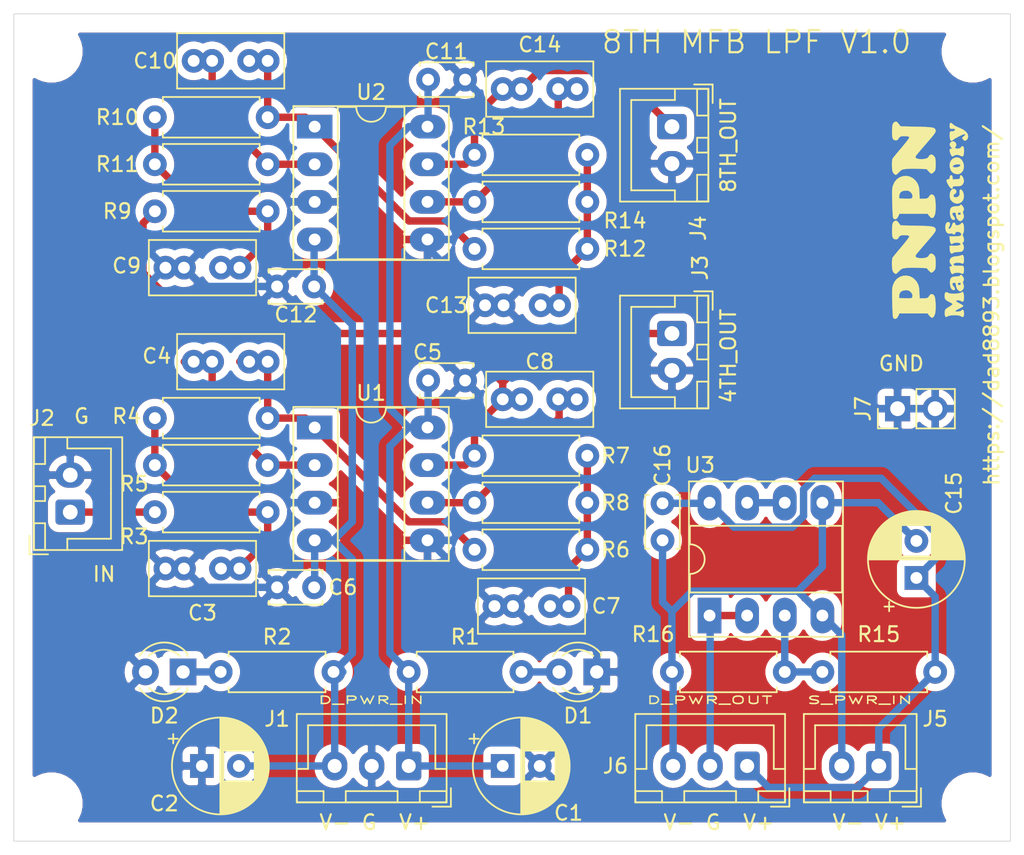
<source format=kicad_pcb>
(kicad_pcb (version 20171130) (host pcbnew "(5.1.6)-1")
  (title_block (title General_8th_MFB_LPF) (date 2020-09-01) (rev "Ver. 1.0") (company "PNPN Manufactory"))
  (layers (0 F.Cu signal) (31 B.Cu signal) (34 B.Paste user) (35 F.Paste user) (36 B.SilkS user) (37 F.SilkS user) (38 B.Mask user) (39 F.Mask user) (44 Edge.Cuts user))
  (net 0 "")
  (net 1 GND)
  (net 2 VCC)
  (net 3 VEE)
  (net 4 "Net-(C7-Pad1)")
  (net 5 "Net-(C8-Pad2)")
  (net 6 "Net-(C8-Pad1)")
  (net 7 "Net-(C9-Pad1)")
  (net 8 "Net-(C10-Pad2)")
  (net 9 "Net-(C10-Pad1)")
  (net 10 "Net-(C13-Pad1)")
  (net 11 "Net-(C14-Pad2)")
  (net 12 "Net-(C14-Pad1)")
  (net 13 "Net-(D1-Pad2)")
  (net 14 "Net-(C3-Pad1)")
  (net 15 "Net-(C4-Pad2)")
  (net 16 "Net-(C4-Pad1)")
  (net 17 "Net-(J2-Pad1)")
  (net 18 "Net-(D2-Pad1)")
  (net 19 "Net-(C15-Pad2)")
  (net 20 "Net-(C15-Pad1)")
  (net 21 "Net-(J6-Pad2)")
  (net 22 "Net-(R15-Pad2)")
  (net 23 "Net-(U3-Pad6)")
  (module myfootprint:Silk_PNPN_Manufactory_600dpi (layer F.Cu) (at 178.435 78.74 90)
    (fp_text reference G*** hide)
    (fp_text value LOGO hide)
  )
  (module Connector_PinHeader_2.54mm:PinHeader_1x02_P2.54mm_Vertical (layer F.Cu) (at 176.53 91.44 90)
    (fp_text reference J7 (at 0 -2.33 90) (layer F.SilkS))
    (fp_text value TP_GND)
    (pad 2 thru_hole oval (at 0 2.54 90) (size 1.7 1.7) (drill 1) (layers *.Cu *.Mask) (net 1 GND))
    (pad 1 thru_hole rect (at 0 0 90) (size 1.7 1.7) (drill 1) (layers *.Cu *.Mask) (net 1 GND))
  )
  (module MountingHole:MountingHole_3.2mm_M3 (layer F.Cu) (at 181.61 118.11)
    (fp_text reference H4)
    (fp_text value MountingHole)
    (pad 1 np_thru_hole circle (at 0 0) (size 3.2 3.2) (drill 3.2) (layers *.Cu *.Mask))
  )
  (module MountingHole:MountingHole_3.2mm_M3 (layer F.Cu) (at 181.61 67.31)
    (fp_text reference H3)
    (fp_text value MountingHole)
    (pad 1 np_thru_hole circle (at 0 0) (size 3.2 3.2) (drill 3.2) (layers *.Cu *.Mask))
  )
  (module MountingHole:MountingHole_3.2mm_M3 (layer F.Cu) (at 119.38 118.11)
    (fp_text reference H2)
    (fp_text value MountingHole)
    (pad 1 np_thru_hole circle (at 0 0) (size 3.2 3.2) (drill 3.2) (layers *.Cu *.Mask))
  )
  (module MountingHole:MountingHole_3.2mm_M3 (layer F.Cu) (at 119.38 67.31)
    (fp_text reference H1)
    (fp_text value MountingHole)
    (pad 1 np_thru_hole circle (at 0 0) (size 3.2 3.2) (drill 3.2) (layers *.Cu *.Mask))
  )
  (module Package_DIP:DIP-8_W7.62mm_Socket_LongPads (layer F.Cu) (at 163.83 105.41 90)
    (fp_text reference U3 (at 10.16 -0.635 180) (layer F.SilkS))
    (fp_text value NJM4580)
    (pad 8 thru_hole oval (at 7.62 0 90) (size 2.4 1.6) (drill 0.8) (layers *.Cu *.Mask) (net 20 "Net-(C15-Pad1)"))
    (pad 4 thru_hole oval (at 0 7.62 90) (size 2.4 1.6) (drill 0.8) (layers *.Cu *.Mask) (net 19 "Net-(C15-Pad2)"))
    (pad 7 thru_hole oval (at 7.62 2.54 90) (size 2.4 1.6) (drill 0.8) (layers *.Cu *.Mask) (net 23 "Net-(U3-Pad6)"))
    (pad 3 thru_hole oval (at 0 5.08 90) (size 2.4 1.6) (drill 0.8) (layers *.Cu *.Mask) (net 22 "Net-(R15-Pad2)"))
    (pad 6 thru_hole oval (at 7.62 5.08 90) (size 2.4 1.6) (drill 0.8) (layers *.Cu *.Mask) (net 23 "Net-(U3-Pad6)"))
    (pad 2 thru_hole oval (at 0 2.54 90) (size 2.4 1.6) (drill 0.8) (layers *.Cu *.Mask) (net 21 "Net-(J6-Pad2)"))
    (pad 5 thru_hole oval (at 7.62 7.62 90) (size 2.4 1.6) (drill 0.8) (layers *.Cu *.Mask) (net 19 "Net-(C15-Pad2)"))
    (pad 1 thru_hole rect (at 0 0 90) (size 2.4 1.6) (drill 0.8) (layers *.Cu *.Mask) (net 21 "Net-(J6-Pad2)"))
  )
  (module Capacitor_THT:C_Disc_D3.4mm_W2.1mm_P2.50mm (layer F.Cu) (at 160.655 100.33 90)
    (fp_text reference C16 (at 5.08 0 90) (layer F.SilkS))
    (fp_text value 0.1u)
    (pad 2 thru_hole circle (at 2.5 0 90) (size 1.6 1.6) (drill 0.8) (layers *.Cu *.Mask) (net 20 "Net-(C15-Pad1)"))
    (pad 1 thru_hole circle (at 0 0 90) (size 1.6 1.6) (drill 0.8) (layers *.Cu *.Mask) (net 19 "Net-(C15-Pad2)"))
  )
  (module Resistor_THT:R_Axial_DIN0207_L6.3mm_D2.5mm_P7.62mm_Horizontal (layer F.Cu) (at 168.91 109.22 180)
    (fp_text reference R16 (at 8.89 2.54) (layer F.SilkS))
    (fp_text value 100k)
    (pad 2 thru_hole oval (at 7.62 0 180) (size 1.6 1.6) (drill 0.8) (layers *.Cu *.Mask) (net 19 "Net-(C15-Pad2)"))
    (pad 1 thru_hole circle (at 0 0 180) (size 1.6 1.6) (drill 0.8) (layers *.Cu *.Mask) (net 22 "Net-(R15-Pad2)"))
  )
  (module Resistor_THT:R_Axial_DIN0207_L6.3mm_D2.5mm_P7.62mm_Horizontal (layer F.Cu) (at 179.07 109.22 180)
    (fp_text reference R15 (at 3.81 2.54) (layer F.SilkS))
    (fp_text value 100k)
    (pad 2 thru_hole oval (at 7.62 0 180) (size 1.6 1.6) (drill 0.8) (layers *.Cu *.Mask) (net 22 "Net-(R15-Pad2)"))
    (pad 1 thru_hole circle (at 0 0 180) (size 1.6 1.6) (drill 0.8) (layers *.Cu *.Mask) (net 20 "Net-(C15-Pad1)"))
  )
  (module Connector_JST:JST_XH_B3B-XH-A_1x03_P2.50mm_Vertical (layer F.Cu) (at 166.37 115.57 180)
    (fp_text reference J6 (at 8.89 0) (layer F.SilkS))
    (fp_text value Dual_PWR_OUT)
    (pad 3 thru_hole oval (at 5 0 180) (size 1.7 1.95) (drill 0.95) (layers *.Cu *.Mask) (net 19 "Net-(C15-Pad2)"))
    (pad 2 thru_hole oval (at 2.5 0 180) (size 1.7 1.95) (drill 0.95) (layers *.Cu *.Mask) (net 21 "Net-(J6-Pad2)"))
    (pad 1 thru_hole roundrect (at 0 0 180) (size 1.7 1.95) (drill 0.95) (layers *.Cu *.Mask) (roundrect_rratio 0.147059) (net 20 "Net-(C15-Pad1)"))
  )
  (module Connector_JST:JST_XH_B2B-XH-A_1x02_P2.50mm_Vertical (layer F.Cu) (at 175.26 115.57 180)
    (fp_text reference J5 (at -3.81 3.175) (layer F.SilkS))
    (fp_text value SGL_PWR_IN)
    (pad 2 thru_hole oval (at 2.5 0 180) (size 1.7 2) (drill 1) (layers *.Cu *.Mask) (net 19 "Net-(C15-Pad2)"))
    (pad 1 thru_hole roundrect (at 0 0 180) (size 1.7 2) (drill 1) (layers *.Cu *.Mask) (roundrect_rratio 0.147059) (net 20 "Net-(C15-Pad1)"))
  )
  (module Capacitor_THT:CP_Radial_D6.3mm_P2.50mm (layer F.Cu) (at 177.8 102.87 90)
    (fp_text reference C15 (at 5.715 2.54 90) (layer F.SilkS))
    (fp_text value 100u)
    (pad 2 thru_hole circle (at 2.5 0 90) (size 1.6 1.6) (drill 0.8) (layers *.Cu *.Mask) (net 19 "Net-(C15-Pad2)"))
    (pad 1 thru_hole rect (at 0 0 90) (size 1.6 1.6) (drill 0.8) (layers *.Cu *.Mask) (net 20 "Net-(C15-Pad1)"))
  )
  (module Connector_JST:JST_XH_B2B-XH-A_1x02_P2.50mm_Vertical (layer F.Cu) (at 161.29 86.36 270)
    (fp_text reference J3 (at -4.445 -1.905 90) (layer F.SilkS))
    (fp_text value 4TH_OUT)
    (pad 2 thru_hole oval (at 2.5 0 270) (size 1.7 2) (drill 1) (layers *.Cu *.Mask) (net 1 GND))
    (pad 1 thru_hole roundrect (at 0 0 270) (size 1.7 2) (drill 1) (layers *.Cu *.Mask) (roundrect_rratio 0.147059) (net 6 "Net-(C8-Pad1)"))
  )
  (module Package_DIP:DIP-8_W7.62mm_Socket_LongPads (layer F.Cu) (at 137.16 72.39)
    (fp_text reference U2 (at 3.81 -2.33) (layer F.SilkS))
    (fp_text value NJM4580)
    (pad 8 thru_hole oval (at 7.62 0) (size 2.4 1.6) (drill 0.8) (layers *.Cu *.Mask) (net 2 VCC))
    (pad 4 thru_hole oval (at 0 7.62) (size 2.4 1.6) (drill 0.8) (layers *.Cu *.Mask) (net 3 VEE))
    (pad 7 thru_hole oval (at 7.62 2.54) (size 2.4 1.6) (drill 0.8) (layers *.Cu *.Mask) (net 12 "Net-(C14-Pad1)"))
    (pad 3 thru_hole oval (at 0 5.08) (size 2.4 1.6) (drill 0.8) (layers *.Cu *.Mask) (net 1 GND))
    (pad 6 thru_hole oval (at 7.62 5.08) (size 2.4 1.6) (drill 0.8) (layers *.Cu *.Mask) (net 11 "Net-(C14-Pad2)"))
    (pad 2 thru_hole oval (at 0 2.54) (size 2.4 1.6) (drill 0.8) (layers *.Cu *.Mask) (net 8 "Net-(C10-Pad2)"))
    (pad 5 thru_hole oval (at 7.62 7.62) (size 2.4 1.6) (drill 0.8) (layers *.Cu *.Mask) (net 1 GND))
    (pad 1 thru_hole rect (at 0 0) (size 2.4 1.6) (drill 0.8) (layers *.Cu *.Mask) (net 9 "Net-(C10-Pad1)"))
  )
  (module Package_DIP:DIP-8_W7.62mm_Socket_LongPads (layer F.Cu) (at 137.16 92.71)
    (fp_text reference U1 (at 3.81 -2.33) (layer F.SilkS))
    (fp_text value NJM4580)
    (pad 8 thru_hole oval (at 7.62 0) (size 2.4 1.6) (drill 0.8) (layers *.Cu *.Mask) (net 2 VCC))
    (pad 4 thru_hole oval (at 0 7.62) (size 2.4 1.6) (drill 0.8) (layers *.Cu *.Mask) (net 3 VEE))
    (pad 7 thru_hole oval (at 7.62 2.54) (size 2.4 1.6) (drill 0.8) (layers *.Cu *.Mask) (net 6 "Net-(C8-Pad1)"))
    (pad 3 thru_hole oval (at 0 5.08) (size 2.4 1.6) (drill 0.8) (layers *.Cu *.Mask) (net 1 GND))
    (pad 6 thru_hole oval (at 7.62 5.08) (size 2.4 1.6) (drill 0.8) (layers *.Cu *.Mask) (net 5 "Net-(C8-Pad2)"))
    (pad 2 thru_hole oval (at 0 2.54) (size 2.4 1.6) (drill 0.8) (layers *.Cu *.Mask) (net 15 "Net-(C4-Pad2)"))
    (pad 5 thru_hole oval (at 7.62 7.62) (size 2.4 1.6) (drill 0.8) (layers *.Cu *.Mask) (net 1 GND))
    (pad 1 thru_hole rect (at 0 0) (size 2.4 1.6) (drill 0.8) (layers *.Cu *.Mask) (net 16 "Net-(C4-Pad1)"))
  )
  (module Resistor_THT:R_Axial_DIN0207_L6.3mm_D2.5mm_P7.62mm_Horizontal (layer F.Cu) (at 147.955 77.47)
    (fp_text reference R14 (at 10.16 1.27) (layer F.SilkS))
    (fp_text value R)
    (pad 2 thru_hole oval (at 7.62 0) (size 1.6 1.6) (drill 0.8) (layers *.Cu *.Mask) (net 10 "Net-(C13-Pad1)"))
    (pad 1 thru_hole circle (at 0 0) (size 1.6 1.6) (drill 0.8) (layers *.Cu *.Mask) (net 11 "Net-(C14-Pad2)"))
  )
  (module Resistor_THT:R_Axial_DIN0207_L6.3mm_D2.5mm_P7.62mm_Horizontal (layer F.Cu) (at 147.955 74.295)
    (fp_text reference R13 (at 0.635 -1.905) (layer F.SilkS))
    (fp_text value R)
    (pad 2 thru_hole oval (at 7.62 0) (size 1.6 1.6) (drill 0.8) (layers *.Cu *.Mask) (net 10 "Net-(C13-Pad1)"))
    (pad 1 thru_hole circle (at 0 0) (size 1.6 1.6) (drill 0.8) (layers *.Cu *.Mask) (net 12 "Net-(C14-Pad1)"))
  )
  (module Resistor_THT:R_Axial_DIN0207_L6.3mm_D2.5mm_P7.62mm_Horizontal (layer F.Cu) (at 155.575 80.645 180)
    (fp_text reference R12 (at -2.54 0) (layer F.SilkS))
    (fp_text value R)
    (pad 2 thru_hole oval (at 7.62 0 180) (size 1.6 1.6) (drill 0.8) (layers *.Cu *.Mask) (net 9 "Net-(C10-Pad1)"))
    (pad 1 thru_hole circle (at 0 0 180) (size 1.6 1.6) (drill 0.8) (layers *.Cu *.Mask) (net 10 "Net-(C13-Pad1)"))
  )
  (module Resistor_THT:R_Axial_DIN0207_L6.3mm_D2.5mm_P7.62mm_Horizontal (layer F.Cu) (at 133.985 74.93 180)
    (fp_text reference R11 (at 10.16 0) (layer F.SilkS))
    (fp_text value R)
    (pad 2 thru_hole oval (at 7.62 0 180) (size 1.6 1.6) (drill 0.8) (layers *.Cu *.Mask) (net 7 "Net-(C9-Pad1)"))
    (pad 1 thru_hole circle (at 0 0 180) (size 1.6 1.6) (drill 0.8) (layers *.Cu *.Mask) (net 8 "Net-(C10-Pad2)"))
  )
  (module Resistor_THT:R_Axial_DIN0207_L6.3mm_D2.5mm_P7.62mm_Horizontal (layer F.Cu) (at 133.985 71.755 180)
    (fp_text reference R10 (at 10.16 0) (layer F.SilkS))
    (fp_text value R)
    (pad 2 thru_hole oval (at 7.62 0 180) (size 1.6 1.6) (drill 0.8) (layers *.Cu *.Mask) (net 7 "Net-(C9-Pad1)"))
    (pad 1 thru_hole circle (at 0 0 180) (size 1.6 1.6) (drill 0.8) (layers *.Cu *.Mask) (net 9 "Net-(C10-Pad1)"))
  )
  (module Resistor_THT:R_Axial_DIN0207_L6.3mm_D2.5mm_P7.62mm_Horizontal (layer F.Cu) (at 133.985 78.105 180)
    (fp_text reference R9 (at 10.16 0) (layer F.SilkS))
    (fp_text value R)
    (pad 2 thru_hole oval (at 7.62 0 180) (size 1.6 1.6) (drill 0.8) (layers *.Cu *.Mask) (net 6 "Net-(C8-Pad1)"))
    (pad 1 thru_hole circle (at 0 0 180) (size 1.6 1.6) (drill 0.8) (layers *.Cu *.Mask) (net 7 "Net-(C9-Pad1)"))
  )
  (module Resistor_THT:R_Axial_DIN0207_L6.3mm_D2.5mm_P7.62mm_Horizontal (layer F.Cu) (at 147.955 97.79)
    (fp_text reference R8 (at 9.525 0) (layer F.SilkS))
    (fp_text value R)
    (pad 2 thru_hole oval (at 7.62 0) (size 1.6 1.6) (drill 0.8) (layers *.Cu *.Mask) (net 4 "Net-(C7-Pad1)"))
    (pad 1 thru_hole circle (at 0 0) (size 1.6 1.6) (drill 0.8) (layers *.Cu *.Mask) (net 5 "Net-(C8-Pad2)"))
  )
  (module Resistor_THT:R_Axial_DIN0207_L6.3mm_D2.5mm_P7.62mm_Horizontal (layer F.Cu) (at 147.955 94.615)
    (fp_text reference R7 (at 9.525 0) (layer F.SilkS))
    (fp_text value R)
    (pad 2 thru_hole oval (at 7.62 0) (size 1.6 1.6) (drill 0.8) (layers *.Cu *.Mask) (net 4 "Net-(C7-Pad1)"))
    (pad 1 thru_hole circle (at 0 0) (size 1.6 1.6) (drill 0.8) (layers *.Cu *.Mask) (net 6 "Net-(C8-Pad1)"))
  )
  (module Resistor_THT:R_Axial_DIN0207_L6.3mm_D2.5mm_P7.62mm_Horizontal (layer F.Cu) (at 155.575 100.965 180)
    (fp_text reference R6 (at -1.905 0) (layer F.SilkS))
    (fp_text value R)
    (pad 2 thru_hole oval (at 7.62 0 180) (size 1.6 1.6) (drill 0.8) (layers *.Cu *.Mask) (net 16 "Net-(C4-Pad1)"))
    (pad 1 thru_hole circle (at 0 0 180) (size 1.6 1.6) (drill 0.8) (layers *.Cu *.Mask) (net 4 "Net-(C7-Pad1)"))
  )
  (module Resistor_THT:R_Axial_DIN0207_L6.3mm_D2.5mm_P7.62mm_Horizontal (layer F.Cu) (at 130.81 109.22)
    (fp_text reference R2 (at 3.81 -2.37) (layer F.SilkS))
    (fp_text value 1k)
    (pad 2 thru_hole oval (at 7.62 0) (size 1.6 1.6) (drill 0.8) (layers *.Cu *.Mask) (net 3 VEE))
    (pad 1 thru_hole circle (at 0 0) (size 1.6 1.6) (drill 0.8) (layers *.Cu *.Mask) (net 18 "Net-(D2-Pad1)"))
  )
  (module Resistor_THT:R_Axial_DIN0207_L6.3mm_D2.5mm_P7.62mm_Horizontal (layer F.Cu) (at 143.51 109.22)
    (fp_text reference R1 (at 3.81 -2.37) (layer F.SilkS))
    (fp_text value 1k)
    (pad 2 thru_hole oval (at 7.62 0) (size 1.6 1.6) (drill 0.8) (layers *.Cu *.Mask) (net 13 "Net-(D1-Pad2)"))
    (pad 1 thru_hole circle (at 0 0) (size 1.6 1.6) (drill 0.8) (layers *.Cu *.Mask) (net 2 VCC))
  )
  (module Resistor_THT:R_Axial_DIN0207_L6.3mm_D2.5mm_P7.62mm_Horizontal (layer F.Cu) (at 133.985 95.25 180)
    (fp_text reference R5 (at 9.017 -1.27) (layer F.SilkS))
    (fp_text value R)
    (pad 2 thru_hole oval (at 7.62 0 180) (size 1.6 1.6) (drill 0.8) (layers *.Cu *.Mask) (net 14 "Net-(C3-Pad1)"))
    (pad 1 thru_hole circle (at 0 0 180) (size 1.6 1.6) (drill 0.8) (layers *.Cu *.Mask) (net 15 "Net-(C4-Pad2)"))
  )
  (module Resistor_THT:R_Axial_DIN0207_L6.3mm_D2.5mm_P7.62mm_Horizontal (layer F.Cu) (at 133.985 92.075 180)
    (fp_text reference R4 (at 9.525 0.127) (layer F.SilkS))
    (fp_text value R)
    (pad 2 thru_hole oval (at 7.62 0 180) (size 1.6 1.6) (drill 0.8) (layers *.Cu *.Mask) (net 14 "Net-(C3-Pad1)"))
    (pad 1 thru_hole circle (at 0 0 180) (size 1.6 1.6) (drill 0.8) (layers *.Cu *.Mask) (net 16 "Net-(C4-Pad1)"))
  )
  (module Resistor_THT:R_Axial_DIN0207_L6.3mm_D2.5mm_P7.62mm_Horizontal (layer F.Cu) (at 133.985 98.425 180)
    (fp_text reference R3 (at 9.017 -1.651) (layer F.SilkS))
    (fp_text value R)
    (pad 2 thru_hole oval (at 7.62 0 180) (size 1.6 1.6) (drill 0.8) (layers *.Cu *.Mask) (net 17 "Net-(J2-Pad1)"))
    (pad 1 thru_hole circle (at 0 0 180) (size 1.6 1.6) (drill 0.8) (layers *.Cu *.Mask) (net 14 "Net-(C3-Pad1)"))
  )
  (module Connector_JST:JST_XH_B2B-XH-A_1x02_P2.50mm_Vertical (layer F.Cu) (at 161.29 72.39 270)
    (fp_text reference J4 (at 6.858 -1.778 90) (layer F.SilkS))
    (fp_text value 8TH_OUT)
    (pad 2 thru_hole oval (at 2.5 0 270) (size 1.7 2) (drill 1) (layers *.Cu *.Mask) (net 1 GND))
    (pad 1 thru_hole roundrect (at 0 0 270) (size 1.7 2) (drill 1) (layers *.Cu *.Mask) (roundrect_rratio 0.147059) (net 12 "Net-(C14-Pad1)"))
  )
  (module Connector_JST:JST_XH_B3B-XH-A_1x03_P2.50mm_Vertical (layer F.Cu) (at 143.51 115.57 180)
    (fp_text reference J1 (at 8.89 3.175) (layer F.SilkS))
    (fp_text value Dual_PWR_IN)
    (pad 3 thru_hole oval (at 5 0 180) (size 1.7 1.95) (drill 0.95) (layers *.Cu *.Mask) (net 3 VEE))
    (pad 2 thru_hole oval (at 2.5 0 180) (size 1.7 1.95) (drill 0.95) (layers *.Cu *.Mask) (net 1 GND))
    (pad 1 thru_hole roundrect (at 0 0 180) (size 1.7 1.95) (drill 0.95) (layers *.Cu *.Mask) (roundrect_rratio 0.147059) (net 2 VCC))
  )
  (module Connector_JST:JST_XH_B2B-XH-A_1x02_P2.50mm_Vertical (layer F.Cu) (at 120.65 98.425 90)
    (fp_text reference J2 (at 6.35 -1.905 180) (layer F.SilkS))
    (fp_text value IN)
    (pad 2 thru_hole oval (at 2.5 0 90) (size 1.7 2) (drill 1) (layers *.Cu *.Mask) (net 1 GND))
    (pad 1 thru_hole roundrect (at 0 0 90) (size 1.7 2) (drill 1) (layers *.Cu *.Mask) (roundrect_rratio 0.147059) (net 17 "Net-(J2-Pad1)"))
  )
  (module LED_THT:LED_D3.0mm (layer F.Cu) (at 128.27 109.22 180)
    (fp_text reference D2 (at 1.27 -2.96) (layer F.SilkS))
    (fp_text value LED)
    (pad 2 thru_hole circle (at 2.54 0 180) (size 1.8 1.8) (drill 0.9) (layers *.Cu *.Mask) (net 1 GND))
    (pad 1 thru_hole rect (at 0 0 180) (size 1.8 1.8) (drill 0.9) (layers *.Cu *.Mask) (net 18 "Net-(D2-Pad1)"))
  )
  (module LED_THT:LED_D3.0mm (layer F.Cu) (at 156.21 109.22 180)
    (fp_text reference D1 (at 1.27 -2.96) (layer F.SilkS))
    (fp_text value LED)
    (pad 2 thru_hole circle (at 2.54 0 180) (size 1.8 1.8) (drill 0.9) (layers *.Cu *.Mask) (net 13 "Net-(D1-Pad2)"))
    (pad 1 thru_hole rect (at 0 0 180) (size 1.8 1.8) (drill 0.9) (layers *.Cu *.Mask) (net 1 GND))
  )
  (module Capacitor_THT:C_Rect_L7.0mm_W3.5mm_P2.50mm_P5.00mm (layer F.Cu) (at 149.86 69.85)
    (fp_text reference C14 (at 2.5 -3) (layer F.SilkS))
    (fp_text value C)
    (pad 2 thru_hole circle (at 5 0) (size 1.6 1.6) (drill 0.8) (layers *.Cu *.Mask) (net 11 "Net-(C14-Pad2)"))
    (pad 1 thru_hole circle (at 0 0) (size 1.6 1.6) (drill 0.8) (layers *.Cu *.Mask) (net 12 "Net-(C14-Pad1)"))
    (pad 2 thru_hole circle (at 3.75 0) (size 1.6 1.6) (drill 0.8) (layers *.Cu *.Mask) (net 11 "Net-(C14-Pad2)"))
    (pad 1 thru_hole circle (at 1.25 0) (size 1.6 1.6) (drill 0.8) (layers *.Cu *.Mask) (net 12 "Net-(C14-Pad1)"))
  )
  (module Capacitor_THT:C_Rect_L7.0mm_W3.5mm_P2.50mm_P5.00mm (layer F.Cu) (at 153.67 84.455 180)
    (fp_text reference C13 (at 7.62 0) (layer F.SilkS))
    (fp_text value C)
    (pad 2 thru_hole circle (at 5 0 180) (size 1.6 1.6) (drill 0.8) (layers *.Cu *.Mask) (net 1 GND))
    (pad 1 thru_hole circle (at 0 0 180) (size 1.6 1.6) (drill 0.8) (layers *.Cu *.Mask) (net 10 "Net-(C13-Pad1)"))
    (pad 2 thru_hole circle (at 3.75 0 180) (size 1.6 1.6) (drill 0.8) (layers *.Cu *.Mask) (net 1 GND))
    (pad 1 thru_hole circle (at 1.25 0 180) (size 1.6 1.6) (drill 0.8) (layers *.Cu *.Mask) (net 10 "Net-(C13-Pad1)"))
  )
  (module Capacitor_THT:C_Disc_D3.4mm_W2.1mm_P2.50mm (layer F.Cu) (at 134.62 83.185)
    (fp_text reference C12 (at 1.27 1.905) (layer F.SilkS))
    (fp_text value 0.1u)
    (pad 2 thru_hole circle (at 2.5 0) (size 1.6 1.6) (drill 0.8) (layers *.Cu *.Mask) (net 3 VEE))
    (pad 1 thru_hole circle (at 0 0) (size 1.6 1.6) (drill 0.8) (layers *.Cu *.Mask) (net 1 GND))
  )
  (module Capacitor_THT:C_Disc_D3.4mm_W2.1mm_P2.50mm (layer F.Cu) (at 147.32 69.215 180)
    (fp_text reference C11 (at 1.27 1.905) (layer F.SilkS))
    (fp_text value 0.1u)
    (pad 2 thru_hole circle (at 2.5 0 180) (size 1.6 1.6) (drill 0.8) (layers *.Cu *.Mask) (net 2 VCC))
    (pad 1 thru_hole circle (at 0 0 180) (size 1.6 1.6) (drill 0.8) (layers *.Cu *.Mask) (net 1 GND))
  )
  (module Capacitor_THT:C_Rect_L7.0mm_W3.5mm_P2.50mm_P5.00mm (layer F.Cu) (at 133.985 67.945 180)
    (fp_text reference C10 (at 7.62 0) (layer F.SilkS))
    (fp_text value C)
    (pad 2 thru_hole circle (at 5 0 180) (size 1.6 1.6) (drill 0.8) (layers *.Cu *.Mask) (net 8 "Net-(C10-Pad2)"))
    (pad 1 thru_hole circle (at 0 0 180) (size 1.6 1.6) (drill 0.8) (layers *.Cu *.Mask) (net 9 "Net-(C10-Pad1)"))
    (pad 2 thru_hole circle (at 3.75 0 180) (size 1.6 1.6) (drill 0.8) (layers *.Cu *.Mask) (net 8 "Net-(C10-Pad2)"))
    (pad 1 thru_hole circle (at 1.25 0 180) (size 1.6 1.6) (drill 0.8) (layers *.Cu *.Mask) (net 9 "Net-(C10-Pad1)"))
  )
  (module Capacitor_THT:C_Rect_L7.0mm_W3.5mm_P2.50mm_P5.00mm (layer F.Cu) (at 132.08 81.915 180)
    (fp_text reference C9 (at 7.62 0.127) (layer F.SilkS))
    (fp_text value C)
    (pad 2 thru_hole circle (at 5 0 180) (size 1.6 1.6) (drill 0.8) (layers *.Cu *.Mask) (net 1 GND))
    (pad 1 thru_hole circle (at 0 0 180) (size 1.6 1.6) (drill 0.8) (layers *.Cu *.Mask) (net 7 "Net-(C9-Pad1)"))
    (pad 2 thru_hole circle (at 3.75 0 180) (size 1.6 1.6) (drill 0.8) (layers *.Cu *.Mask) (net 1 GND))
    (pad 1 thru_hole circle (at 1.25 0 180) (size 1.6 1.6) (drill 0.8) (layers *.Cu *.Mask) (net 7 "Net-(C9-Pad1)"))
  )
  (module Capacitor_THT:C_Rect_L7.0mm_W3.5mm_P2.50mm_P5.00mm (layer F.Cu) (at 149.86 90.805)
    (fp_text reference C8 (at 2.5 -2.54) (layer F.SilkS))
    (fp_text value C)
    (pad 2 thru_hole circle (at 5 0) (size 1.6 1.6) (drill 0.8) (layers *.Cu *.Mask) (net 5 "Net-(C8-Pad2)"))
    (pad 1 thru_hole circle (at 0 0) (size 1.6 1.6) (drill 0.8) (layers *.Cu *.Mask) (net 6 "Net-(C8-Pad1)"))
    (pad 2 thru_hole circle (at 3.75 0) (size 1.6 1.6) (drill 0.8) (layers *.Cu *.Mask) (net 5 "Net-(C8-Pad2)"))
    (pad 1 thru_hole circle (at 1.25 0) (size 1.6 1.6) (drill 0.8) (layers *.Cu *.Mask) (net 6 "Net-(C8-Pad1)"))
  )
  (module Capacitor_THT:C_Rect_L7.0mm_W3.5mm_P2.50mm_P5.00mm (layer F.Cu) (at 154.305 104.775 180)
    (fp_text reference C7 (at -2.54 0) (layer F.SilkS))
    (fp_text value C)
    (pad 2 thru_hole circle (at 5 0 180) (size 1.6 1.6) (drill 0.8) (layers *.Cu *.Mask) (net 1 GND))
    (pad 1 thru_hole circle (at 0 0 180) (size 1.6 1.6) (drill 0.8) (layers *.Cu *.Mask) (net 4 "Net-(C7-Pad1)"))
    (pad 2 thru_hole circle (at 3.75 0 180) (size 1.6 1.6) (drill 0.8) (layers *.Cu *.Mask) (net 1 GND))
    (pad 1 thru_hole circle (at 1.25 0 180) (size 1.6 1.6) (drill 0.8) (layers *.Cu *.Mask) (net 4 "Net-(C7-Pad1)"))
  )
  (module Capacitor_THT:C_Disc_D3.4mm_W2.1mm_P2.50mm (layer F.Cu) (at 134.62 103.505)
    (fp_text reference C6 (at 4.445 0) (layer F.SilkS))
    (fp_text value 0.1u)
    (pad 2 thru_hole circle (at 2.5 0) (size 1.6 1.6) (drill 0.8) (layers *.Cu *.Mask) (net 3 VEE))
    (pad 1 thru_hole circle (at 0 0) (size 1.6 1.6) (drill 0.8) (layers *.Cu *.Mask) (net 1 GND))
  )
  (module Capacitor_THT:C_Disc_D3.4mm_W2.1mm_P2.50mm (layer F.Cu) (at 147.32 89.535 180)
    (fp_text reference C5 (at 2.54 1.905) (layer F.SilkS))
    (fp_text value 0.1u)
    (pad 2 thru_hole circle (at 2.5 0 180) (size 1.6 1.6) (drill 0.8) (layers *.Cu *.Mask) (net 2 VCC))
    (pad 1 thru_hole circle (at 0 0 180) (size 1.6 1.6) (drill 0.8) (layers *.Cu *.Mask) (net 1 GND))
  )
  (module Capacitor_THT:CP_Radial_D6.3mm_P2.50mm (layer F.Cu) (at 129.54 115.57)
    (fp_text reference C2 (at -2.54 2.54) (layer F.SilkS))
    (fp_text value 100u)
    (pad 2 thru_hole circle (at 2.5 0) (size 1.6 1.6) (drill 0.8) (layers *.Cu *.Mask) (net 3 VEE))
    (pad 1 thru_hole rect (at 0 0) (size 1.6 1.6) (drill 0.8) (layers *.Cu *.Mask) (net 1 GND))
  )
  (module Capacitor_THT:CP_Radial_D6.3mm_P2.50mm (layer F.Cu) (at 149.86 115.57)
    (fp_text reference C1 (at 4.445 3.175) (layer F.SilkS))
    (fp_text value 100u)
    (pad 2 thru_hole circle (at 2.5 0) (size 1.6 1.6) (drill 0.8) (layers *.Cu *.Mask) (net 1 GND))
    (pad 1 thru_hole rect (at 0 0) (size 1.6 1.6) (drill 0.8) (layers *.Cu *.Mask) (net 2 VCC))
  )
  (module Capacitor_THT:C_Rect_L7.0mm_W3.5mm_P2.50mm_P5.00mm (layer F.Cu) (at 133.985 88.265 180)
    (fp_text reference C4 (at 7.493 0.381) (layer F.SilkS))
    (fp_text value C)
    (pad 2 thru_hole circle (at 5 0 180) (size 1.6 1.6) (drill 0.8) (layers *.Cu *.Mask) (net 15 "Net-(C4-Pad2)"))
    (pad 1 thru_hole circle (at 0 0 180) (size 1.6 1.6) (drill 0.8) (layers *.Cu *.Mask) (net 16 "Net-(C4-Pad1)"))
    (pad 2 thru_hole circle (at 3.75 0 180) (size 1.6 1.6) (drill 0.8) (layers *.Cu *.Mask) (net 15 "Net-(C4-Pad2)"))
    (pad 1 thru_hole circle (at 1.25 0 180) (size 1.6 1.6) (drill 0.8) (layers *.Cu *.Mask) (net 16 "Net-(C4-Pad1)"))
  )
  (module Capacitor_THT:C_Rect_L7.0mm_W3.5mm_P2.50mm_P5.00mm (layer F.Cu) (at 132.08 102.235 180)
    (fp_text reference C3 (at 2.5 -3) (layer F.SilkS))
    (fp_text value C)
    (pad 2 thru_hole circle (at 5 0 180) (size 1.6 1.6) (drill 0.8) (layers *.Cu *.Mask) (net 1 GND))
    (pad 1 thru_hole circle (at 0 0 180) (size 1.6 1.6) (drill 0.8) (layers *.Cu *.Mask) (net 14 "Net-(C3-Pad1)"))
    (pad 2 thru_hole circle (at 3.75 0 180) (size 1.6 1.6) (drill 0.8) (layers *.Cu *.Mask) (net 1 GND))
    (pad 1 thru_hole circle (at 1.25 0 180) (size 1.6 1.6) (drill 0.8) (layers *.Cu *.Mask) (net 14 "Net-(C3-Pad1)"))
  )
  (gr_text 4TH_OUT (at 165.1 87.884 90) (layer F.SilkS) (effects (font (size 1 1))))
  (gr_text 8TH_OUT (at 165.1 73.66 90) (layer F.SilkS) (effects (font (size 1 1))))
  (gr_text GND (at 176.784 88.392) (layer F.SilkS) (effects (font (size 1 1))))
  (gr_text G (at 121.412 91.948) (layer F.SilkS) (effects (font (size 1 1))))
  (gr_text IN (at 122.936 102.616) (layer F.SilkS) (effects (font (size 1 1))))
  (gr_text "V- G  V+" (at 141.224 119.38) (layer F.SilkS) (effects (font (size 1 1))))
  (gr_text D_PWR_IN (at 140.97 111.125) (layer F.SilkS) (effects (font (size 0.5 1) (thickness 0.1))))
  (gr_text "V- G  V+" (at 164.465 119.38) (layer F.SilkS) (effects (font (size 1 1))))
  (gr_text "V- V+" (at 174.625 119.38) (layer F.SilkS) (effects (font (size 1 1))))
  (gr_text D_PWR_OUT (at 163.83 111.125) (layer F.SilkS) (effects (font (size 0.5 1) (thickness 0.1))))
  (gr_text S_PWR_IN (at 173.99 111.125) (layer F.SilkS) (effects (font (size 0.5 1) (thickness 0.1))))
  (gr_text https://dad8893.blogspot.com/ (at 182.88 84.455 90) (layer F.SilkS) (effects (font (size 1 1))))
  (gr_text "8TH MFB LPF V1.0" (at 167.005 66.675) (layer F.SilkS) (effects (font (size 1.5 1.5))))
  (gr_line (start 116.84 120.65) (end 116.84 64.77) (layer Edge.Cuts) (width 0.05))
  (gr_line (start 184.15 120.65) (end 116.84 120.65) (layer Edge.Cuts) (width 0.05))
  (gr_line (start 184.15 64.77) (end 184.15 120.65) (layer Edge.Cuts) (width 0.05))
  (gr_line (start 116.84 64.77) (end 184.15 64.77) (layer Edge.Cuts) (width 0.05))
  (segment (start 127.08 81.915) (end 128.33 81.915) (width 0.5) (layer B.Cu) (net 1))
  (segment (start 129.6 83.185) (end 134.62 83.185) (width 0.5) (layer B.Cu) (net 1))
  (segment (start 128.33 81.915) (end 129.6 83.185) (width 0.5) (layer B.Cu) (net 1))
  (segment (start 127.08 102.235) (end 128.33 102.235) (width 0.5) (layer B.Cu) (net 1))
  (segment (start 129.6 103.505) (end 134.62 103.505) (width 0.5) (layer B.Cu) (net 1))
  (segment (start 128.33 102.235) (end 129.6 103.505) (width 0.5) (layer B.Cu) (net 1))
  (segment (start 144.86 100.33) (end 149.305 104.775) (width 0.5) (layer B.Cu) (net 1))
  (segment (start 144.78 100.33) (end 144.86 100.33) (width 0.5) (layer B.Cu) (net 1))
  (segment (start 149.305 104.775) (end 150.555 104.775) (width 0.5) (layer B.Cu) (net 1))
  (segment (start 144.78 80.565) (end 148.67 84.455) (width 0.5) (layer B.Cu) (net 1))
  (segment (start 144.78 80.01) (end 144.78 80.565) (width 0.5) (layer B.Cu) (net 1))
  (segment (start 176.53 91.44) (end 179.07 91.44) (width 0.5) (layer B.Cu) (net 1))
  (segment (start 148.67 84.455) (end 149.92 84.455) (width 0.5) (layer B.Cu) (net 1))
  (segment (start 143.51 115.57) (end 149.86 115.57) (width 0.5) (layer B.Cu) (net 2))
  (segment (start 143.51 115.57) (end 143.51 109.22) (width 0.5) (layer B.Cu) (net 2))
  (segment (start 142.24 73.66) (end 143.51 72.39) (width 0.5) (layer B.Cu) (net 2))
  (segment (start 143.51 109.22) (end 142.24 107.95) (width 0.5) (layer B.Cu) (net 2))
  (segment (start 143.51 72.39) (end 144.78 72.39) (width 0.5) (layer B.Cu) (net 2))
  (segment (start 144.82 72.35) (end 144.78 72.39) (width 0.5) (layer B.Cu) (net 2))
  (segment (start 144.82 69.215) (end 144.82 72.35) (width 0.5) (layer B.Cu) (net 2))
  (segment (start 144.82 92.67) (end 144.78 92.71) (width 0.5) (layer B.Cu) (net 2))
  (segment (start 144.82 89.535) (end 144.82 92.67) (width 0.5) (layer B.Cu) (net 2))
  (segment (start 142.24 107.95) (end 142.24 93.98) (width 0.5) (layer B.Cu) (net 2))
  (segment (start 142.24 93.98) (end 143.51 92.71) (width 0.5) (layer B.Cu) (net 2))
  (segment (start 143.51 92.71) (end 144.78 92.71) (width 0.5) (layer B.Cu) (net 2))
  (segment (start 143.51 92.71) (end 142.24 91.44) (width 0.5) (layer B.Cu) (net 2))
  (segment (start 142.24 91.44) (end 142.24 73.66) (width 0.5) (layer B.Cu) (net 2))
  (segment (start 132.04 115.57) (end 138.51 115.57) (width 0.5) (layer B.Cu) (net 3))
  (segment (start 138.51 109.3) (end 138.43 109.22) (width 0.5) (layer B.Cu) (net 3))
  (segment (start 138.51 115.57) (end 138.51 109.3) (width 0.5) (layer B.Cu) (net 3))
  (segment (start 138.43 109.22) (end 139.065 109.22) (width 0.5) (layer B.Cu) (net 3))
  (segment (start 137.12 80.05) (end 137.16 80.01) (width 0.5) (layer B.Cu) (net 3))
  (segment (start 137.12 83.185) (end 137.12 80.05) (width 0.5) (layer B.Cu) (net 3))
  (segment (start 137.16 103.465) (end 137.12 103.505) (width 0.5) (layer B.Cu) (net 3))
  (segment (start 137.16 100.33) (end 137.16 103.465) (width 0.5) (layer B.Cu) (net 3))
  (segment (start 138.43 109.22) (end 139.7 107.95) (width 0.5) (layer B.Cu) (net 3))
  (segment (start 139.7 107.95) (end 139.7 101.6) (width 0.5) (layer B.Cu) (net 3))
  (segment (start 139.7 101.6) (end 138.43 100.33) (width 0.5) (layer B.Cu) (net 3))
  (segment (start 138.43 100.33) (end 137.16 100.33) (width 0.5) (layer B.Cu) (net 3))
  (segment (start 138.43 100.33) (end 139.7 99.06) (width 0.5) (layer B.Cu) (net 3))
  (segment (start 139.7 99.06) (end 139.7 85.725) (width 0.5) (layer B.Cu) (net 3))
  (segment (start 139.66 85.725) (end 137.12 83.185) (width 0.5) (layer B.Cu) (net 3))
  (segment (start 139.7 85.725) (end 139.66 85.725) (width 0.5) (layer B.Cu) (net 3))
  (segment (start 155.575 94.615) (end 155.575 97.79) (width 0.5) (layer F.Cu) (net 4))
  (segment (start 155.575 97.79) (end 155.575 100.965) (width 0.5) (layer F.Cu) (net 4))
  (segment (start 155.575 100.965) (end 154.305 102.235) (width 0.5) (layer F.Cu) (net 4))
  (segment (start 154.305 102.235) (end 154.305 104.775) (width 0.5) (layer F.Cu) (net 4))
  (segment (start 154.305 104.775) (end 153.055 104.775) (width 0.5) (layer F.Cu) (net 4))
  (segment (start 144.78 97.79) (end 147.955 97.79) (width 0.5) (layer F.Cu) (net 5))
  (segment (start 147.955 97.79) (end 153.67 92.075) (width 0.5) (layer F.Cu) (net 5))
  (segment (start 153.67 90.865) (end 153.61 90.805) (width 0.5) (layer F.Cu) (net 5))
  (segment (start 153.67 92.075) (end 153.67 90.865) (width 0.5) (layer F.Cu) (net 5))
  (segment (start 153.61 90.805) (end 154.86 90.805) (width 0.5) (layer F.Cu) (net 5))
  (segment (start 144.78 95.25) (end 147.32 95.25) (width 0.5) (layer F.Cu) (net 6))
  (segment (start 147.32 95.25) (end 147.955 94.615) (width 0.5) (layer F.Cu) (net 6))
  (segment (start 147.955 92.71) (end 149.86 90.805) (width 0.5) (layer F.Cu) (net 6))
  (segment (start 147.955 94.615) (end 147.955 92.71) (width 0.5) (layer F.Cu) (net 6))
  (segment (start 149.86 90.805) (end 151.11 90.805) (width 0.5) (layer F.Cu) (net 6))
  (segment (start 125.565001 78.904999) (end 126.365 78.105) (width 0.5) (layer F.Cu) (net 6))
  (segment (start 125.565001 82.250003) (end 125.565001 78.904999) (width 0.5) (layer F.Cu) (net 6))
  (segment (start 129.674998 86.36) (end 125.565001 82.250003) (width 0.5) (layer F.Cu) (net 6))
  (segment (start 149.86 89.67363) (end 146.54637 86.36) (width 0.5) (layer F.Cu) (net 6))
  (segment (start 149.86 90.805) (end 149.86 89.67363) (width 0.5) (layer F.Cu) (net 6))
  (segment (start 146.54637 86.36) (end 129.54 86.36) (width 0.5) (layer F.Cu) (net 6))
  (segment (start 153.17363 86.36) (end 149.86 89.67363) (width 0.5) (layer F.Cu) (net 6))
  (segment (start 161.29 86.36) (end 153.17363 86.36) (width 0.5) (layer F.Cu) (net 6))
  (segment (start 129.54 78.105) (end 126.365 74.93) (width 0.5) (layer F.Cu) (net 7))
  (segment (start 133.985 78.105) (end 129.54 78.105) (width 0.5) (layer F.Cu) (net 7))
  (segment (start 126.365 74.93) (end 126.365 71.755) (width 0.5) (layer F.Cu) (net 7))
  (segment (start 132.08 81.915) (end 130.83 81.915) (width 0.5) (layer F.Cu) (net 7))
  (segment (start 132.08 81.915) (end 133.985 80.01) (width 0.5) (layer F.Cu) (net 7))
  (segment (start 133.985 80.01) (end 133.985 78.105) (width 0.5) (layer F.Cu) (net 7))
  (segment (start 133.985 74.93) (end 137.16 74.93) (width 0.5) (layer F.Cu) (net 8))
  (segment (start 128.985 67.945) (end 130.235 67.945) (width 0.5) (layer F.Cu) (net 8))
  (segment (start 130.235 71.18) (end 133.985 74.93) (width 0.5) (layer F.Cu) (net 8))
  (segment (start 130.235 67.945) (end 130.235 71.18) (width 0.5) (layer F.Cu) (net 8))
  (segment (start 136.525 71.755) (end 137.16 72.39) (width 0.5) (layer F.Cu) (net 9))
  (segment (start 133.985 71.755) (end 136.525 71.755) (width 0.5) (layer F.Cu) (net 9))
  (segment (start 146.06999 78.75999) (end 147.955 80.645) (width 0.5) (layer F.Cu) (net 9))
  (segment (start 143.52999 78.75999) (end 146.06999 78.75999) (width 0.5) (layer F.Cu) (net 9))
  (segment (start 137.16 72.39) (end 143.52999 78.75999) (width 0.5) (layer F.Cu) (net 9))
  (segment (start 132.735 67.945) (end 133.985 67.945) (width 0.5) (layer F.Cu) (net 9))
  (segment (start 133.985 71.755) (end 133.985 67.945) (width 0.5) (layer F.Cu) (net 9))
  (segment (start 155.575 74.295) (end 155.575 77.47) (width 0.5) (layer F.Cu) (net 10))
  (segment (start 155.575 80.645) (end 155.575 77.47) (width 0.5) (layer F.Cu) (net 10))
  (segment (start 152.42 84.455) (end 153.67 84.455) (width 0.5) (layer F.Cu) (net 10))
  (segment (start 153.67 82.55) (end 155.575 80.645) (width 0.5) (layer F.Cu) (net 10))
  (segment (start 153.67 84.455) (end 153.67 82.55) (width 0.5) (layer F.Cu) (net 10))
  (segment (start 144.78 77.47) (end 147.955 77.47) (width 0.5) (layer F.Cu) (net 11))
  (segment (start 153.61 71.815) (end 153.61 69.85) (width 0.5) (layer F.Cu) (net 11))
  (segment (start 147.955 77.47) (end 153.61 71.815) (width 0.5) (layer F.Cu) (net 11))
  (segment (start 153.61 69.85) (end 154.86 69.85) (width 0.5) (layer F.Cu) (net 11))
  (segment (start 147.32 74.93) (end 147.955 74.295) (width 0.5) (layer F.Cu) (net 12))
  (segment (start 144.78 74.93) (end 147.32 74.93) (width 0.5) (layer F.Cu) (net 12))
  (segment (start 147.955 71.755) (end 149.86 69.85) (width 0.5) (layer F.Cu) (net 12))
  (segment (start 147.955 74.295) (end 147.955 71.755) (width 0.5) (layer F.Cu) (net 12))
  (segment (start 152.360001 68.599999) (end 151.11 69.85) (width 0.5) (layer F.Cu) (net 12))
  (segment (start 157.499999 68.599999) (end 152.360001 68.599999) (width 0.5) (layer F.Cu) (net 12))
  (segment (start 161.29 72.39) (end 157.499999 68.599999) (width 0.5) (layer F.Cu) (net 12))
  (segment (start 151.11 69.85) (end 149.86 69.85) (width 0.5) (layer F.Cu) (net 12))
  (segment (start 151.13 109.22) (end 153.67 109.22) (width 0.5) (layer B.Cu) (net 13))
  (segment (start 126.365 92.075) (end 126.365 95.25) (width 0.5) (layer F.Cu) (net 14))
  (segment (start 126.365 95.25) (end 129.54 98.425) (width 0.5) (layer F.Cu) (net 14))
  (segment (start 129.54 98.425) (end 133.985 98.425) (width 0.5) (layer F.Cu) (net 14))
  (segment (start 130.83 102.235) (end 132.08 102.235) (width 0.5) (layer F.Cu) (net 14))
  (segment (start 132.08 102.235) (end 133.985 100.33) (width 0.5) (layer F.Cu) (net 14))
  (segment (start 133.985 100.33) (end 133.985 98.425) (width 0.5) (layer F.Cu) (net 14))
  (segment (start 137.16 95.25) (end 133.985 95.25) (width 0.5) (layer F.Cu) (net 15))
  (segment (start 128.35 88.265) (end 129.6 88.265) (width 0.5) (layer F.Cu) (net 15))
  (segment (start 130.235 91.5) (end 130.235 88.265) (width 0.5) (layer F.Cu) (net 15))
  (segment (start 133.985 95.25) (end 130.235 91.5) (width 0.5) (layer F.Cu) (net 15))
  (segment (start 146.06999 99.07999) (end 147.955 100.965) (width 0.5) (layer F.Cu) (net 16))
  (segment (start 137.16 92.71) (end 143.52999 99.07999) (width 0.5) (layer F.Cu) (net 16))
  (segment (start 143.52999 99.07999) (end 146.06999 99.07999) (width 0.5) (layer F.Cu) (net 16))
  (segment (start 132.1 88.265) (end 133.35 88.265) (width 0.5) (layer F.Cu) (net 16))
  (segment (start 132.735 88.265) (end 133.985 88.265) (width 0.5) (layer F.Cu) (net 16))
  (segment (start 133.985 88.265) (end 133.985 92.075) (width 0.5) (layer F.Cu) (net 16))
  (segment (start 136.525 92.075) (end 137.16 92.71) (width 0.5) (layer F.Cu) (net 16))
  (segment (start 133.985 92.075) (end 136.525 92.075) (width 0.5) (layer F.Cu) (net 16))
  (segment (start 120.65 98.425) (end 126.365 98.425) (width 0.5) (layer F.Cu) (net 17))
  (segment (start 128.27 109.22) (end 130.81 109.22) (width 0.5) (layer B.Cu) (net 18))
  (segment (start 161.37 109.3) (end 161.29 109.22) (width 0.5) (layer B.Cu) (net 19))
  (segment (start 161.37 115.57) (end 161.37 109.3) (width 0.5) (layer B.Cu) (net 19))
  (segment (start 172.76 106.72) (end 171.45 105.41) (width 0.5) (layer B.Cu) (net 19))
  (segment (start 172.76 115.57) (end 172.76 106.72) (width 0.5) (layer B.Cu) (net 19))
  (segment (start 169.799999 103.759999) (end 171.45 105.41) (width 0.5) (layer B.Cu) (net 19))
  (segment (start 162.669999 103.759999) (end 169.799999 103.759999) (width 0.5) (layer B.Cu) (net 19))
  (segment (start 161.29 105.139998) (end 162.669999 103.759999) (width 0.5) (layer B.Cu) (net 19))
  (segment (start 161.29 109.22) (end 161.29 105.139998) (width 0.5) (layer B.Cu) (net 19))
  (segment (start 160.655 104.504998) (end 161.29 105.139998) (width 0.5) (layer B.Cu) (net 19))
  (segment (start 160.655 100.33) (end 160.655 104.504998) (width 0.5) (layer B.Cu) (net 19))
  (segment (start 175.22 97.79) (end 177.8 100.37) (width 0.5) (layer B.Cu) (net 19))
  (segment (start 171.45 97.79) (end 175.22 97.79) (width 0.5) (layer B.Cu) (net 19))
  (segment (start 171.45 102.109998) (end 169.799999 103.759999) (width 0.5) (layer B.Cu) (net 19))
  (segment (start 171.45 97.79) (end 171.45 102.109998) (width 0.5) (layer B.Cu) (net 19))
  (segment (start 163.79 97.83) (end 163.83 97.79) (width 0.5) (layer B.Cu) (net 20))
  (segment (start 160.655 97.83) (end 163.79 97.83) (width 0.5) (layer B.Cu) (net 20))
  (segment (start 167.82001 117.02001) (end 173.80999 117.02001) (width 0.5) (layer B.Cu) (net 20))
  (segment (start 173.80999 117.02001) (end 175.26 115.57) (width 0.5) (layer B.Cu) (net 20))
  (segment (start 166.37 115.57) (end 167.82001 117.02001) (width 0.5) (layer B.Cu) (net 20))
  (segment (start 175.26 113.03) (end 179.07 109.22) (width 0.5) (layer B.Cu) (net 20))
  (segment (start 175.26 115.57) (end 175.26 113.03) (width 0.5) (layer B.Cu) (net 20))
  (segment (start 179.050001 99.769999) (end 179.050001 101.619999) (width 0.5) (layer B.Cu) (net 20))
  (segment (start 175.419992 96.13999) (end 179.050001 99.769999) (width 0.5) (layer B.Cu) (net 20))
  (segment (start 170.932229 96.13999) (end 175.419992 96.13999) (width 0.5) (layer B.Cu) (net 20))
  (segment (start 170.18 96.892219) (end 170.932229 96.13999) (width 0.5) (layer B.Cu) (net 20))
  (segment (start 179.050001 101.619999) (end 177.8 102.87) (width 0.5) (layer B.Cu) (net 20))
  (segment (start 170.18 98.687781) (end 170.18 96.892219) (width 0.5) (layer B.Cu) (net 20))
  (segment (start 165.48001 99.44001) (end 169.427771 99.44001) (width 0.5) (layer B.Cu) (net 20))
  (segment (start 169.427771 99.44001) (end 170.18 98.687781) (width 0.5) (layer B.Cu) (net 20))
  (segment (start 163.83 97.79) (end 165.48001 99.44001) (width 0.5) (layer B.Cu) (net 20))
  (segment (start 179.07 104.14) (end 177.8 102.87) (width 0.5) (layer B.Cu) (net 20))
  (segment (start 179.07 109.22) (end 179.07 104.14) (width 0.5) (layer B.Cu) (net 20))
  (segment (start 163.87 105.45) (end 163.83 105.41) (width 0.5) (layer B.Cu) (net 21))
  (segment (start 163.87 115.57) (end 163.87 105.45) (width 0.5) (layer B.Cu) (net 21))
  (segment (start 163.83 105.41) (end 166.37 105.41) (width 0.5) (layer F.Cu) (net 21))
  (segment (start 171.45 109.22) (end 168.91 109.22) (width 0.5) (layer B.Cu) (net 22))
  (segment (start 168.91 109.22) (end 168.91 105.41) (width 0.5) (layer B.Cu) (net 22))
  (segment (start 166.37 97.79) (end 168.91 97.79) (width 0.5) (layer B.Cu) (net 23))
  (zone (net 1) (net_name GND) (layer F.Cu) (connect_pads (clearance 0.508)) (min_thickness 0.254) (fill yes (arc_segments 32) (thermal_gap 0.508) (thermal_bridge_width 0.508))
    (polygon (pts (xy 182.88 119.38) (xy 118.11 119.38) (xy 118.11 66.04) (xy 182.88 66.04)))
  )
  (zone (net 1) (net_name GND) (layer B.Cu) (connect_pads (clearance 0.508)) (min_thickness 0.254) (fill yes (arc_segments 32) (thermal_gap 0.508) (thermal_bridge_width 0.508))
    (polygon (pts (xy 182.88 119.38) (xy 118.11 119.38) (xy 118.11 66.04) (xy 182.88 66.04)))
  )
)
</source>
